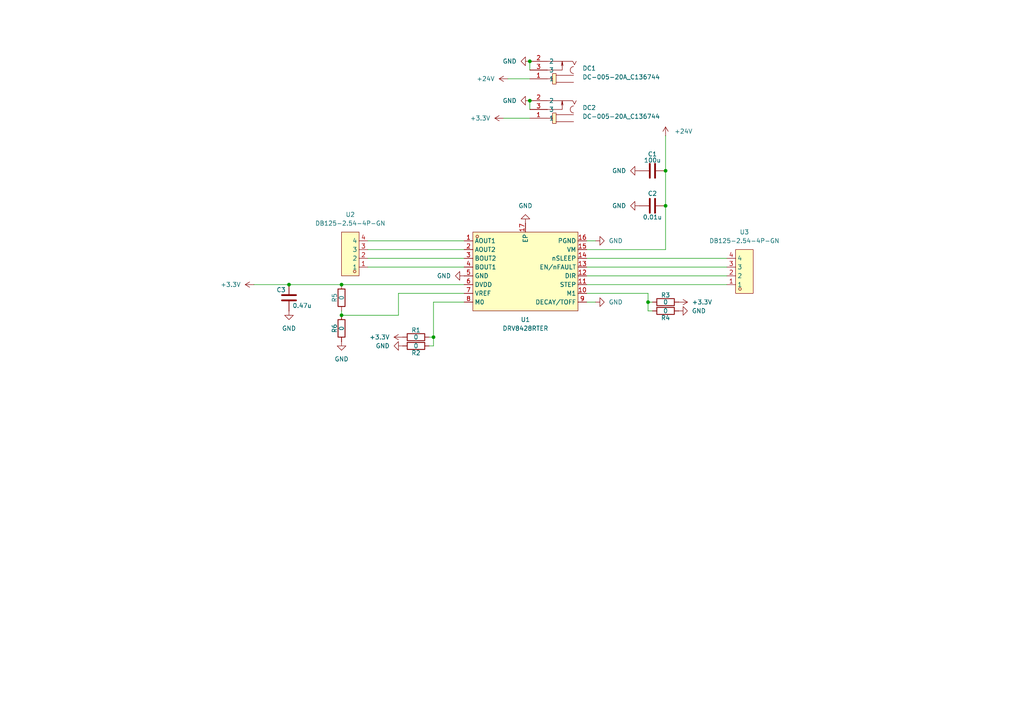
<source format=kicad_sch>
(kicad_sch (version 20250114) (generator "eeschema") (generator_version "9.0")
  (paper "A4")
  (lib_symbols
    (symbol "COMPONENTS:DB125-2.54-4P-GN"
      (property "Reference" "U" (at 0 8.89 0))
      (property "Value" "DB125-2.54-4P-GN" (at 0 -8.89 0))
      (symbol "DB125-2.54-4P-GN_0_1"
        (rectangle (start -2.54 6.35) (end 2.54 -6.35) (fill (type background)))
        (circle (center -1.27 5.08) (radius 0.38))
        (pin unspecified line (at -5.08 3.81 0) (length 2.54) (name "1") (number "1"))
        (pin unspecified line (at -5.08 1.27 0) (length 2.54) (name "2") (number "2"))
        (pin unspecified line (at -5.08 -1.27 0) (length 2.54) (name "3") (number "3"))
        (pin unspecified line (at -5.08 -3.81 0) (length 2.54) (name "4") (number "4"))
      )
    )
    (symbol "COMPONENTS:DC-005-20A_C136744"
      (property "Reference" "DC" (at 0 6.35 0))
      (property "Value" "DC-005-20A_C136744" (at 0 -8.89 0))
      (symbol "DC-005-20A_C136744_0_1"
        (arc (start -6.35 -0.25) (mid -5.3679 -1.27) (end -6.35 -2.29))
        (polyline (pts (xy -3.05 -3.81) (xy -2.79 -2.54)))
        (rectangle (start -1.27 2.79) (end -0.25 -0.25) (fill (type background)))
        (polyline (pts (xy -1.27 2.29) (xy -6.35 2.29)))
        (polyline (pts (xy -1.27 0.25) (xy -6.35 0.25)))
        (polyline (pts (xy 1.27 1.27) (xy -0.25 1.27)))
        (polyline (pts (xy 1.27 -1.27) (xy -3.05 -1.27) (xy -3.05 -3.81) (xy -3.3 -2.54)))
        (polyline (pts (xy 1.27 -3.81) (xy -6.1 -3.81) (xy -6.6 -2.79) (xy -7.11 -3.81)))
        (pin unspecified line (at 6.35 1.27 180) (length 5.08) (name "1") (number "1"))
        (pin unspecified line (at 6.35 -1.27 180) (length 5.08) (name "3") (number "3"))
        (pin unspecified line (at 6.35 -3.81 180) (length 5.08) (name "2") (number "2"))
      )
    )
    (symbol "COMPONENTS:DRV8428RTER"
      (property "Reference" "U" (at 0 19.05 0))
      (property "Value" "DRV8428RTER" (at 0 -13.97 0))
      (symbol "DRV8428RTER_0_1"
        (rectangle (start -15.24 11.43) (end 15.24 -11.43) (fill (type background)))
        (circle (center -13.97 10.16) (radius 0.38))
        (pin unspecified line (at -17.78 8.89 0) (length 2.54) (name "AOUT1") (number "1"))
        (pin unspecified line (at -17.78 6.35 0) (length 2.54) (name "AOUT2") (number "2"))
        (pin unspecified line (at -17.78 3.81 0) (length 2.54) (name "BOUT2") (number "3"))
        (pin unspecified line (at -17.78 1.27 0) (length 2.54) (name "BOUT1") (number "4"))
        (pin unspecified line (at -17.78 -1.27 0) (length 2.54) (name "GND") (number "5"))
        (pin unspecified line (at -17.78 -3.81 0) (length 2.54) (name "DVDD") (number "6"))
        (pin unspecified line (at -17.78 -6.35 0) (length 2.54) (name "VREF") (number "7"))
        (pin unspecified line (at -17.78 -8.89 0) (length 2.54) (name "M0") (number "8"))
        (pin unspecified line (at 0 13.97 270) (length 2.54) (name "EP") (number "17"))
        (pin unspecified line (at 17.78 8.89 180) (length 2.54) (name "PGND") (number "16"))
        (pin unspecified line (at 17.78 6.35 180) (length 2.54) (name "VM") (number "15"))
        (pin unspecified line (at 17.78 3.81 180) (length 2.54) (name "nSLEEP") (number "14"))
        (pin unspecified line (at 17.78 1.27 180) (length 2.54) (name "EN/nFAULT") (number "13"))
        (pin unspecified line (at 17.78 -1.27 180) (length 2.54) (name "DIR") (number "12"))
        (pin unspecified line (at 17.78 -3.81 180) (length 2.54) (name "STEP") (number "11"))
        (pin unspecified line (at 17.78 -6.35 180) (length 2.54) (name "M1") (number "10"))
        (pin unspecified line (at 17.78 -8.89 180) (length 2.54) (name "DECAY/TOFF") (number "9"))
      )
    )
    (symbol "Device:C" (pin_numbers (hide yes)) (pin_names (offset 0.254))
      (property "Reference" "C" (at 0.635 2.54 0))
      (property "Value" "C" (at 0.635 -2.54 0))
      (symbol "C_0_1"
        (polyline (pts (xy -2.032 0.762) (xy 2.032 0.762)) (stroke (width 0.508)))
        (polyline (pts (xy -2.032 -0.762) (xy 2.032 -0.762)) (stroke (width 0.508)))
      )
      (symbol "C_1_1"
        (pin passive line (at 0 3.81 270) (length 2.794) (name "~") (number "1"))
        (pin passive line (at 0 -3.81 90) (length 2.794) (name "~") (number "2"))
      )
    )
    (symbol "Device:R" (pin_numbers (hide yes)) (pin_names (offset 0))
      (property "Reference" "R" (at 2.032 0 90))
      (property "Value" "R" (at 0 0 90))
      (symbol "R_0_1"
        (rectangle (start -1.016 -2.54) (end 1.016 2.54) (stroke (width 0.254)))
      )
      (symbol "R_1_1"
        (pin passive line (at 0 3.81 270) (length 1.27) (name "~") (number "1"))
        (pin passive line (at 0 -3.81 90) (length 1.27) (name "~") (number "2"))
      )
    )
    (symbol "power:+24V" (power) (pin_numbers (hide yes)) (pin_names (offset 0) (hide yes))
      (property "Value" "+24V" (at 0 3.556 0))
      (symbol "+24V_0_1"
        (polyline (pts (xy -0.762 1.27) (xy 0 2.54)))
        (polyline (pts (xy 0 2.54) (xy 0.762 1.27)))
        (polyline (pts (xy 0 0) (xy 0 2.54)))
      )
      (symbol "+24V_1_1"
        (pin power_in line (at 0 0 90) (length 0) (name "~") (number "1"))
      )
    )
    (symbol "power:+3.3V" (power) (pin_numbers (hide yes)) (pin_names (offset 0) (hide yes))
      (property "Value" "+3.3V" (at 0 3.556 0))
      (symbol "+3.3V_0_1"
        (polyline (pts (xy -0.762 1.27) (xy 0 2.54)))
        (polyline (pts (xy 0 2.54) (xy 0.762 1.27)))
        (polyline (pts (xy 0 0) (xy 0 2.54)))
      )
      (symbol "+3.3V_1_1"
        (pin power_in line (at 0 0 90) (length 0) (name "~") (number "1"))
      )
    )
    (symbol "power:GND" (power) (pin_numbers (hide yes)) (pin_names (offset 0) (hide yes))
      (property "Value" "GND" (at 0 -3.81 0))
      (symbol "GND_0_1"
        (polyline (pts (xy 0 0) (xy 0 -1.27) (xy 1.27 -1.27) (xy 0 -2.54) (xy -1.27 -1.27) (xy 0 -1.27)))
      )
      (symbol "GND_1_1"
        (pin power_in line (at 0 0 270) (length 0) (name "~") (number "1"))
      )
    )
  )
  (junction (at 99.06 82.55))
  (junction (at 193.04 59.69))
  (junction (at 153.67 17.78))
  (junction (at 83.82 82.55))
  (junction (at 193.04 49.53))
  (junction (at 187.96 87.63))
  (junction (at 99.06 91.44))
  (junction (at 125.73 97.79))
  (junction (at 153.67 29.21))
  (wire (pts (xy 115.57 91.44) (xy 115.57 85.09)))
  (wire (pts (xy 146.05 34.29) (xy 153.67 34.29)))
  (wire (pts (xy 210.82 82.55) (xy 170.18 82.55)))
  (wire (pts (xy 147.32 22.86) (xy 153.67 22.86)))
  (wire (pts (xy 187.96 87.63) (xy 187.96 90.17)))
  (wire (pts (xy 193.04 59.69) (xy 193.04 72.39)))
  (wire (pts (xy 99.06 91.44) (xy 99.06 90.17)))
  (wire (pts (xy 125.73 87.63) (xy 134.62 87.63)))
  (wire (pts (xy 83.82 82.55) (xy 99.06 82.55)))
  (wire (pts (xy 99.06 82.55) (xy 134.62 82.55)))
  (wire (pts (xy 106.68 72.39) (xy 134.62 72.39)))
  (wire (pts (xy 210.82 77.47) (xy 170.18 77.47)))
  (wire (pts (xy 73.66 82.55) (xy 83.82 82.55)))
  (wire (pts (xy 172.72 69.85) (xy 170.18 69.85)))
  (wire (pts (xy 172.72 87.63) (xy 170.18 87.63)))
  (wire (pts (xy 187.96 90.17) (xy 189.23 90.17)))
  (wire (pts (xy 125.73 87.63) (xy 125.73 97.79)))
  (wire (pts (xy 124.46 97.79) (xy 125.73 97.79)))
  (wire (pts (xy 187.96 87.63) (xy 187.96 85.09)))
  (wire (pts (xy 170.18 85.09) (xy 187.96 85.09)))
  (wire (pts (xy 210.82 74.93) (xy 170.18 74.93)))
  (wire (pts (xy 115.57 85.09) (xy 134.62 85.09)))
  (wire (pts (xy 106.68 69.85) (xy 134.62 69.85)))
  (wire (pts (xy 125.73 97.79) (xy 125.73 100.33)))
  (wire (pts (xy 153.67 29.21) (xy 153.67 31.75)))
  (wire (pts (xy 189.23 87.63) (xy 187.96 87.63)))
  (wire (pts (xy 210.82 80.01) (xy 170.18 80.01)))
  (wire (pts (xy 99.06 91.44) (xy 115.57 91.44)))
  (wire (pts (xy 193.04 49.53) (xy 193.04 59.69)))
  (wire (pts (xy 106.68 74.93) (xy 134.62 74.93)))
  (wire (pts (xy 106.68 77.47) (xy 134.62 77.47)))
  (wire (pts (xy 193.04 39.37) (xy 193.04 49.53)))
  (wire (pts (xy 193.04 72.39) (xy 170.18 72.39)))
  (wire (pts (xy 125.73 100.33) (xy 124.46 100.33)))
  (wire (pts (xy 153.67 17.78) (xy 153.67 20.32)))
  (symbol (lib_id "COMPONENTS:DRV8428RTER") (at 152.4 78.74 0) (unit 1)
    (property "Reference" "U1" (at 152.4 92.71 0))
    (property "Value" "DRV8428RTER" (at 152.4 95.25 0))
    (property "Footprint" "COMPONENTS:WQFN-16_L3.0-W3.0-P0.50-BL-EP1.7" (effects (hide yes)))
    (property "LCSC Part" "C2857955" (effects (hide yes)))
  )
  (symbol (lib_id "Device:R") (at 99.06 95.25 180) (unit 1)
    (property "Reference" "R6" (at 97.028 95.25 90))
    (property "Value" "0" (at 99.06 95.25 90))
    (property "Footprint" "Resistor_SMD:R_1206_3216Metric_Pad1.30x1.75mm_HandSolder" (effects (hide yes)))
    (property "Description" "Resistor" (effects (hide yes)))
  )
  (symbol (lib_id "Device:C") (at 189.23 49.53 90) (unit 1)
    (property "Reference" "C1" (at 189.23 44.704 90))
    (property "Value" "100u" (at 189.23 46.482 90))
    (property "Footprint" "Capacitor_SMD:C_1206_3216Metric_Pad1.33x1.80mm_HandSolder" (effects (hide yes)))
    (property "Description" "Unpolarized capacitor" (effects (hide yes)))
  )
  (symbol (lib_id "Device:R") (at 120.65 100.33 270) (unit 1)
    (property "Reference" "R2" (at 120.65 102.362 90))
    (property "Value" "0" (at 120.65 100.33 90))
    (property "Footprint" "Resistor_SMD:R_1206_3216Metric_Pad1.30x1.75mm_HandSolder" (effects (hide yes)))
    (property "Description" "Resistor" (effects (hide yes)))
  )
  (symbol (lib_id "power:+24V") (at 147.32 22.86 90) (unit 1)
    (property "Reference" "#PWR015" (effects (hide yes)))
    (property "Value" "+24V" (at 143.51 22.8599 90) (effects (justify left)))
    (property "Description" "Power symbol creates a global label with name \"+24V\"" (effects (hide yes)))
  )
  (symbol (lib_id "Device:C") (at 189.23 59.69 90) (unit 1)
    (property "Reference" "C2" (at 189.23 56.134 90))
    (property "Value" "0.01u" (at 189.23 62.992 90))
    (property "Footprint" "Capacitor_SMD:C_1206_3216Metric_Pad1.33x1.80mm_HandSolder" (effects (hide yes)))
    (property "Description" "Unpolarized capacitor" (effects (hide yes)))
  )
  (symbol (lib_id "power:GND") (at 185.42 49.53 270) (mirror x) (unit 1)
    (property "Reference" "#PWR012" (effects (hide yes)))
    (property "Value" "GND" (at 181.61 49.5299 90) (effects (justify right)))
    (property "Description" "Power symbol creates a global label with name \"GND\" , ground" (effects (hide yes)))
  )
  (symbol (lib_id "power:GND") (at 185.42 59.69 270) (mirror x) (unit 1)
    (property "Reference" "#PWR013" (effects (hide yes)))
    (property "Value" "GND" (at 181.61 59.6899 90) (effects (justify right)))
    (property "Description" "Power symbol creates a global label with name \"GND\" , ground" (effects (hide yes)))
  )
  (symbol (lib_id "Device:R") (at 99.06 86.36 180) (unit 1)
    (property "Reference" "R5" (at 97.028 86.36 90))
    (property "Value" "0" (at 99.06 86.36 90))
    (property "Footprint" "Resistor_SMD:R_1206_3216Metric_Pad1.30x1.75mm_HandSolder" (effects (hide yes)))
    (property "Description" "Resistor" (effects (hide yes)))
  )
  (symbol (lib_id "power:GND") (at 153.67 29.21 270) (unit 1)
    (property "Reference" "#PWR017" (effects (hide yes)))
    (property "Value" "GND" (at 149.86 29.2099 90) (effects (justify right)))
    (property "Description" "Power symbol creates a global label with name \"GND\" , ground" (effects (hide yes)))
  )
  (symbol (lib_id "power:GND") (at 99.06 99.06 0) (unit 1)
    (property "Reference" "#PWR08" (effects (hide yes)))
    (property "Value" "GND" (at 99.06 104.14 0))
    (property "Description" "Power symbol creates a global label with name \"GND\" , ground" (effects (hide yes)))
  )
  (symbol (lib_id "power:GND") (at 172.72 87.63 90) (mirror x) (unit 1)
    (property "Reference" "#PWR09" (effects (hide yes)))
    (property "Value" "GND" (at 176.53 87.6299 90) (effects (justify right)))
    (property "Description" "Power symbol creates a global label with name \"GND\" , ground" (effects (hide yes)))
  )
  (symbol (lib_id "COMPONENTS:DC-005-20A_C136744") (at 160.02 21.59 180) (unit 1)
    (property "Reference" "DC1" (at 168.91 19.8099 0) (effects (justify right)))
    (property "Value" "DC-005-20A_C136744" (at 168.91 22.3499 0) (effects (justify right)))
    (property "Footprint" "COMPONENTS:DC-IN-TH_DC-005-20A" (effects (hide yes)))
    (property "Datasheet" "https://lcsc.com/product-detail/DC-Connectors_DC-005-20A_C136744.html" (effects (hide yes)))
    (property "LCSC Part" "C136744" (effects (hide yes)))
  )
  (symbol (lib_id "COMPONENTS:DB125-2.54-4P-GN") (at 101.6 73.66 180) (unit 1)
    (property "Reference" "U2" (at 101.6 62.23 0))
    (property "Value" "DB125-2.54-4P-GN" (at 101.6 64.77 0))
    (property "Footprint" "COMPONENTS:CONN-TH_DB125-2.54-4P-GN" (effects (hide yes)))
    (property "LCSC Part" "C918122" (effects (hide yes)))
  )
  (symbol (lib_id "Device:C") (at 83.82 86.36 180) (unit 1)
    (property "Reference" "C3" (at 81.534 84.074 0))
    (property "Value" "0.47u" (at 87.63 88.646 0))
    (property "Footprint" "Capacitor_SMD:C_1206_3216Metric_Pad1.33x1.80mm_HandSolder" (effects (hide yes)))
    (property "Description" "Unpolarized capacitor" (effects (hide yes)))
  )
  (symbol (lib_id "power:GND") (at 172.72 69.85 90) (mirror x) (unit 1)
    (property "Reference" "#PWR010" (effects (hide yes)))
    (property "Value" "GND" (at 176.53 69.8499 90) (effects (justify right)))
    (property "Description" "Power symbol creates a global label with name \"GND\" , ground" (effects (hide yes)))
  )
  (symbol (lib_id "power:GND") (at 152.4 64.77 180) (unit 1)
    (property "Reference" "#PWR01" (effects (hide yes)))
    (property "Value" "GND" (at 152.4 59.69 0))
    (property "Description" "Power symbol creates a global label with name \"GND\" , ground" (effects (hide yes)))
  )
  (symbol (lib_id "power:+3.3V") (at 196.85 87.63 270) (mirror x) (unit 1)
    (property "Reference" "#PWR06" (effects (hide yes)))
    (property "Value" "+3.3V" (at 200.66 87.6299 90) (effects (justify left)))
    (property "Description" "Power symbol creates a global label with name \"+3.3V\"" (effects (hide yes)))
  )
  (symbol (lib_id "Device:R") (at 193.04 87.63 270) (mirror x) (unit 1)
    (property "Reference" "R3" (at 193.04 85.598 90))
    (property "Value" "0" (at 193.04 87.63 90))
    (property "Footprint" "Resistor_SMD:R_1206_3216Metric_Pad1.30x1.75mm_HandSolder" (effects (hide yes)))
    (property "Description" "Resistor" (effects (hide yes)))
  )
  (symbol (lib_id "power:GND") (at 196.85 90.17 90) (mirror x) (unit 1)
    (property "Reference" "#PWR07" (effects (hide yes)))
    (property "Value" "GND" (at 200.66 90.1699 90) (effects (justify right)))
    (property "Description" "Power symbol creates a global label with name \"GND\" , ground" (effects (hide yes)))
  )
  (symbol (lib_id "power:GND") (at 153.67 17.78 270) (unit 1)
    (property "Reference" "#PWR018" (effects (hide yes)))
    (property "Value" "GND" (at 149.86 17.7799 90) (effects (justify right)))
    (property "Description" "Power symbol creates a global label with name \"GND\" , ground" (effects (hide yes)))
  )
  (symbol (lib_id "Device:R") (at 120.65 97.79 90) (unit 1)
    (property "Reference" "R1" (at 120.65 95.758 90))
    (property "Value" "0" (at 120.65 97.79 90))
    (property "Footprint" "Resistor_SMD:R_1206_3216Metric_Pad1.30x1.75mm_HandSolder" (effects (hide yes)))
    (property "Description" "Resistor" (effects (hide yes)))
  )
  (symbol (lib_id "power:+3.3V") (at 116.84 97.79 90) (unit 1)
    (property "Reference" "#PWR03" (effects (hide yes)))
    (property "Value" "+3.3V" (at 113.03 97.7899 90) (effects (justify left)))
    (property "Description" "Power symbol creates a global label with name \"+3.3V\"" (effects (hide yes)))
  )
  (symbol (lib_id "Device:R") (at 193.04 90.17 90) (mirror x) (unit 1)
    (property "Reference" "R4" (at 193.04 92.202 90))
    (property "Value" "0" (at 193.04 90.17 90))
    (property "Footprint" "Resistor_SMD:R_1206_3216Metric_Pad1.30x1.75mm_HandSolder" (effects (hide yes)))
    (property "Description" "Resistor" (effects (hide yes)))
  )
  (symbol (lib_id "power:GND") (at 134.62 80.01 270) (unit 1)
    (property "Reference" "#PWR02" (effects (hide yes)))
    (property "Value" "GND" (at 130.81 80.0099 90) (effects (justify right)))
    (property "Description" "Power symbol creates a global label with name \"GND\" , ground" (effects (hide yes)))
  )
  (symbol (lib_id "COMPONENTS:DC-005-20A_C136744") (at 160.02 33.02 180) (unit 1)
    (property "Reference" "DC2" (at 168.91 31.2399 0) (effects (justify right)))
    (property "Value" "DC-005-20A_C136744" (at 168.91 33.7799 0) (effects (justify right)))
    (property "Footprint" "COMPONENTS:DC-IN-TH_DC-005-20A" (effects (hide yes)))
    (property "Datasheet" "https://lcsc.com/product-detail/DC-Connectors_DC-005-20A_C136744.html" (effects (hide yes)))
    (property "LCSC Part" "C136744" (effects (hide yes)))
  )
  (symbol (lib_id "power:+3.3V") (at 73.66 82.55 90) (unit 1)
    (property "Reference" "#PWR04" (effects (hide yes)))
    (property "Value" "+3.3V" (at 69.85 82.5499 90) (effects (justify left)))
    (property "Description" "Power symbol creates a global label with name \"+3.3V\"" (effects (hide yes)))
  )
  (symbol (lib_id "power:GND") (at 116.84 100.33 270) (unit 1)
    (property "Reference" "#PWR05" (effects (hide yes)))
    (property "Value" "GND" (at 113.03 100.3299 90) (effects (justify right)))
    (property "Description" "Power symbol creates a global label with name \"GND\" , ground" (effects (hide yes)))
  )
  (symbol (lib_id "power:+3.3V") (at 146.05 34.29 90) (unit 1)
    (property "Reference" "#PWR016" (effects (hide yes)))
    (property "Value" "+3.3V" (at 142.24 34.2899 90) (effects (justify left)))
    (property "Description" "Power symbol creates a global label with name \"+3.3V\"" (effects (hide yes)))
  )
  (symbol (lib_id "power:GND") (at 83.82 90.17 0) (unit 1)
    (property "Reference" "#PWR014" (effects (hide yes)))
    (property "Value" "GND" (at 83.82 95.25 0))
    (property "Description" "Power symbol creates a global label with name \"GND\" , ground" (effects (hide yes)))
  )
  (symbol (lib_id "COMPONENTS:DB125-2.54-4P-GN") (at 215.9 78.74 0) (mirror x) (unit 1)
    (property "Reference" "U3" (at 215.9 67.31 0))
    (property "Value" "DB125-2.54-4P-GN" (at 215.9 69.85 0))
    (property "Footprint" "COMPONENTS:CONN-TH_DB125-2.54-4P-GN" (effects (hide yes)))
    (property "LCSC Part" "C918122" (effects (hide yes)))
  )
  (symbol (lib_id "power:+24V") (at 193.04 39.37 0) (unit 1)
    (property "Reference" "#PWR011" (effects (hide yes)))
    (property "Value" "+24V" (at 195.58 38.0999 0) (effects (justify left)))
    (property "Description" "Power symbol creates a global label with name \"+24V\"" (effects (hide yes)))
  )
)
</source>
